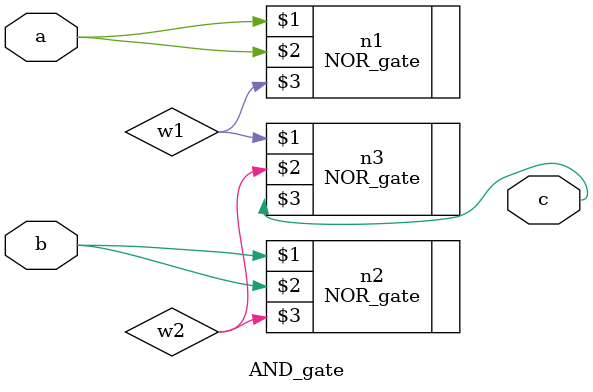
<source format=v>
`include "NOR.v"
module AND_gate(a, b, c);
input a, b;
output c;

wire w1, w2;

NOR_gate n1(a, a, w1);
NOR_gate n2(b, b, w2);
NOR_gate n3(w1, w2, c);

endmodule
</source>
